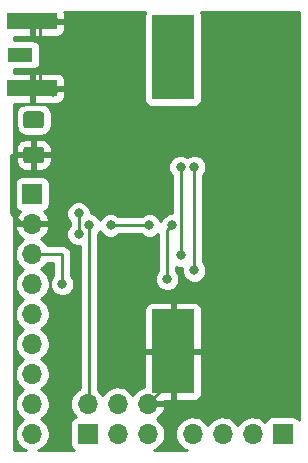
<source format=gbr>
G04 #@! TF.GenerationSoftware,KiCad,Pcbnew,(5.99.0-1365-gd87daebb2)*
G04 #@! TF.CreationDate,2020-04-24T16:17:58+02:00*
G04 #@! TF.ProjectId,LORA_ATTINY_v3,4c4f5241-5f41-4545-9449-4e595f76332e,rev?*
G04 #@! TF.SameCoordinates,Original*
G04 #@! TF.FileFunction,Copper,L2,Bot*
G04 #@! TF.FilePolarity,Positive*
%FSLAX46Y46*%
G04 Gerber Fmt 4.6, Leading zero omitted, Abs format (unit mm)*
G04 Created by KiCad (PCBNEW (5.99.0-1365-gd87daebb2)) date 2020-04-24 16:17:58*
%MOMM*%
%LPD*%
G01*
G04 APERTURE LIST*
G04 #@! TA.AperFunction,ComponentPad*
%ADD10O,1.700000X1.700000*%
G04 #@! TD*
G04 #@! TA.AperFunction,ComponentPad*
%ADD11R,1.700000X1.700000*%
G04 #@! TD*
G04 #@! TA.AperFunction,SMDPad,CuDef*
%ADD12R,3.600000X7.100000*%
G04 #@! TD*
G04 #@! TA.AperFunction,ComponentPad*
%ADD13R,2.100000X1.200000*%
G04 #@! TD*
G04 #@! TA.AperFunction,SMDPad,CuDef*
%ADD14R,4.200000X1.350000*%
G04 #@! TD*
G04 #@! TA.AperFunction,ViaPad*
%ADD15C,0.800000*%
G04 #@! TD*
G04 #@! TA.AperFunction,Conductor*
%ADD16C,0.250000*%
G04 #@! TD*
G04 #@! TA.AperFunction,Conductor*
%ADD17C,0.254000*%
G04 #@! TD*
G04 APERTURE END LIST*
D10*
X104394000Y-66802000D03*
X106934000Y-66802000D03*
X109474000Y-66802000D03*
D11*
X112014000Y-66802000D03*
D10*
X90805000Y-66802000D03*
X90805000Y-64262000D03*
X90805000Y-61722000D03*
X90805000Y-59182000D03*
X90805000Y-56642000D03*
X90805000Y-54102000D03*
X90805000Y-51562000D03*
X90805000Y-49022000D03*
D11*
X90805000Y-46482000D03*
D12*
X102743000Y-34925000D03*
X102743000Y-59817000D03*
D10*
X100584000Y-64262000D03*
X100584000Y-66802000D03*
X98044000Y-64262000D03*
X98044000Y-66802000D03*
X95504000Y-64262000D03*
D11*
X95504000Y-66802000D03*
G04 #@! TA.AperFunction,SMDPad,CuDef*
G36*
G01*
X90307000Y-42467500D02*
X91557000Y-42467500D01*
G75*
G02*
X91807000Y-42717500I0J-250000D01*
G01*
X91807000Y-43642500D01*
G75*
G02*
X91557000Y-43892500I-250000J0D01*
G01*
X90307000Y-43892500D01*
G75*
G02*
X90057000Y-43642500I0J250000D01*
G01*
X90057000Y-42717500D01*
G75*
G02*
X90307000Y-42467500I250000J0D01*
G01*
G37*
G04 #@! TD.AperFunction*
G04 #@! TA.AperFunction,SMDPad,CuDef*
G36*
G01*
X90307000Y-39492500D02*
X91557000Y-39492500D01*
G75*
G02*
X91807000Y-39742500I0J-250000D01*
G01*
X91807000Y-40667500D01*
G75*
G02*
X91557000Y-40917500I-250000J0D01*
G01*
X90307000Y-40917500D01*
G75*
G02*
X90057000Y-40667500I0J250000D01*
G01*
X90057000Y-39742500D01*
G75*
G02*
X90307000Y-39492500I250000J0D01*
G01*
G37*
G04 #@! TD.AperFunction*
D13*
X89814400Y-34702000D03*
D14*
X90805000Y-37527000D03*
X90805000Y-31877000D03*
D15*
X92583000Y-31877000D03*
X92583000Y-37846000D03*
X102743000Y-35052000D03*
X90932000Y-40386000D03*
X94742000Y-49874000D03*
X94742000Y-48133000D03*
X106807000Y-49149000D03*
X112268000Y-49149000D03*
X112649000Y-55245000D03*
X112649000Y-59182000D03*
X95631000Y-49149000D03*
X93345000Y-54102000D03*
X104521000Y-52959000D03*
X104521000Y-44196000D03*
X103378000Y-51689000D03*
X103378000Y-44196000D03*
X97458000Y-49149000D03*
X102653000Y-49149000D03*
X102235000Y-53684000D03*
X100711000Y-49149000D03*
D16*
X92583000Y-31877000D02*
X92837000Y-31623000D01*
X91109800Y-31877000D02*
X92583000Y-31877000D01*
X91494201Y-37142599D02*
X91109800Y-37527000D01*
X91494201Y-32261401D02*
X91494201Y-37142599D01*
X91109800Y-31877000D02*
X91494201Y-32261401D01*
X90932000Y-43180000D02*
X89027000Y-43180000D01*
X89916000Y-49022000D02*
X90805000Y-49022000D01*
X89027000Y-48133000D02*
X89916000Y-49022000D01*
X89027000Y-43180000D02*
X89027000Y-48133000D01*
X90932000Y-43180000D02*
X94234000Y-43180000D01*
X94234000Y-35306000D02*
X95190000Y-35306000D01*
X94234000Y-43180000D02*
X94234000Y-35306000D01*
X94742000Y-48133000D02*
X94742000Y-49874000D01*
X94361000Y-43053000D02*
X94234000Y-43180000D01*
X106807000Y-43053000D02*
X94361000Y-43053000D01*
X106807000Y-49149000D02*
X106807000Y-43053000D01*
X112268000Y-54356000D02*
X112649000Y-54737000D01*
X112268000Y-49149000D02*
X112268000Y-54356000D01*
X95631000Y-64135000D02*
X95504000Y-64262000D01*
X95631000Y-49149000D02*
X95631000Y-64135000D01*
X93345000Y-51562000D02*
X90805000Y-51562000D01*
X93345000Y-54102000D02*
X93345000Y-51562000D01*
X102743000Y-62103000D02*
X100584000Y-64262000D01*
X102743000Y-59817000D02*
X102743000Y-62103000D01*
X102743000Y-59817000D02*
X112649000Y-59817000D01*
X104521000Y-44196000D02*
X104521000Y-52959000D01*
X103378000Y-51689000D02*
X103378000Y-44196000D01*
X102235000Y-49567000D02*
X102653000Y-49149000D01*
X102235000Y-53684000D02*
X102235000Y-49567000D01*
X100711000Y-49149000D02*
X97458000Y-49149000D01*
X112649000Y-54737000D02*
X112649000Y-59182000D01*
G36*
X100343641Y-31145120D02*
G01*
X100336100Y-31165837D01*
X100302122Y-31358538D01*
X100301163Y-31369499D01*
X100301163Y-38483258D01*
X100303319Y-38499634D01*
X100378137Y-38778859D01*
X100390880Y-38803339D01*
X100521990Y-38959590D01*
X100538879Y-38973761D01*
X100713120Y-39074359D01*
X100733837Y-39081900D01*
X100926538Y-39115878D01*
X100937499Y-39116837D01*
X104551258Y-39116837D01*
X104567634Y-39114681D01*
X104846859Y-39039863D01*
X104871339Y-39027120D01*
X105027590Y-38896010D01*
X105041761Y-38879121D01*
X105142359Y-38704880D01*
X105149900Y-38684163D01*
X105183878Y-38491462D01*
X105184837Y-38480501D01*
X105184837Y-31366742D01*
X105182681Y-31350366D01*
X105119347Y-31114000D01*
X113412000Y-31114000D01*
X113412001Y-65618753D01*
X113285010Y-65467410D01*
X113268121Y-65453239D01*
X113093880Y-65352641D01*
X113073163Y-65345100D01*
X112880462Y-65311122D01*
X112869501Y-65310163D01*
X111155742Y-65310163D01*
X111139366Y-65312319D01*
X110860142Y-65387137D01*
X110835662Y-65399880D01*
X110679410Y-65530990D01*
X110665239Y-65547879D01*
X110564641Y-65722120D01*
X110557100Y-65742837D01*
X110551521Y-65774479D01*
X110547647Y-65770417D01*
X110367049Y-65610638D01*
X110358486Y-65604267D01*
X110153549Y-65477202D01*
X110144036Y-65472365D01*
X109920619Y-65381645D01*
X109910427Y-65378480D01*
X109674919Y-65326700D01*
X109664340Y-65325298D01*
X109423475Y-65313939D01*
X109412809Y-65314339D01*
X109173474Y-65343727D01*
X109163030Y-65345918D01*
X108932068Y-65415210D01*
X108922142Y-65419130D01*
X108706155Y-65526346D01*
X108697032Y-65531882D01*
X108502199Y-65673957D01*
X108494138Y-65680952D01*
X108326029Y-65853822D01*
X108319263Y-65862074D01*
X108203229Y-66030903D01*
X108172067Y-65974916D01*
X108166107Y-65966064D01*
X108015013Y-65778140D01*
X108007647Y-65770417D01*
X107827049Y-65610638D01*
X107818486Y-65604267D01*
X107613549Y-65477202D01*
X107604036Y-65472365D01*
X107380619Y-65381645D01*
X107370427Y-65378480D01*
X107134919Y-65326700D01*
X107124340Y-65325298D01*
X106883475Y-65313939D01*
X106872809Y-65314339D01*
X106633474Y-65343727D01*
X106623030Y-65345918D01*
X106392068Y-65415210D01*
X106382142Y-65419130D01*
X106166155Y-65526346D01*
X106157032Y-65531882D01*
X105962199Y-65673957D01*
X105954138Y-65680952D01*
X105786029Y-65853822D01*
X105779263Y-65862074D01*
X105663229Y-66030903D01*
X105632067Y-65974916D01*
X105626107Y-65966064D01*
X105475013Y-65778140D01*
X105467647Y-65770417D01*
X105287049Y-65610638D01*
X105278486Y-65604267D01*
X105073549Y-65477202D01*
X105064036Y-65472365D01*
X104840619Y-65381645D01*
X104830427Y-65378480D01*
X104594919Y-65326700D01*
X104584340Y-65325298D01*
X104343475Y-65313939D01*
X104332809Y-65314339D01*
X104093474Y-65343727D01*
X104083030Y-65345918D01*
X103852068Y-65415210D01*
X103842142Y-65419130D01*
X103626155Y-65526346D01*
X103617032Y-65531882D01*
X103422199Y-65673957D01*
X103414138Y-65680952D01*
X103246029Y-65853822D01*
X103239263Y-65862074D01*
X103102683Y-66060798D01*
X103097403Y-66070073D01*
X102996260Y-66288968D01*
X102992618Y-66299000D01*
X102929802Y-66531807D01*
X102927903Y-66542309D01*
X102905211Y-66782372D01*
X102905109Y-66793043D01*
X102923188Y-67033497D01*
X102924885Y-67044034D01*
X102983221Y-67278005D01*
X102986669Y-67288104D01*
X103083591Y-67508900D01*
X103088692Y-67518275D01*
X103221430Y-67719584D01*
X103228038Y-67727965D01*
X103392798Y-67904032D01*
X103400722Y-67911180D01*
X103592792Y-68056968D01*
X103601808Y-68062679D01*
X103815696Y-68174021D01*
X103825545Y-68178131D01*
X103893659Y-68200000D01*
X101083161Y-68200000D01*
X101228387Y-68144253D01*
X101237991Y-68139600D01*
X101445330Y-68016491D01*
X101454012Y-68010286D01*
X101637645Y-67854004D01*
X101645158Y-67846424D01*
X101799833Y-67661435D01*
X101805962Y-67652698D01*
X101927256Y-67444294D01*
X101931825Y-67434650D01*
X102016272Y-67208787D01*
X102019151Y-67198511D01*
X102064392Y-66961351D01*
X102065507Y-66950128D01*
X102068077Y-66682341D01*
X102067178Y-66671099D01*
X102026499Y-66433114D01*
X102023817Y-66422784D01*
X101943723Y-66195343D01*
X101939339Y-66185612D01*
X101822067Y-65974916D01*
X101816107Y-65966064D01*
X101665013Y-65778140D01*
X101657647Y-65770417D01*
X101477049Y-65610638D01*
X101468486Y-65604267D01*
X101351888Y-65531973D01*
X101445330Y-65476491D01*
X101454012Y-65470286D01*
X101637645Y-65314004D01*
X101645158Y-65306424D01*
X101799833Y-65121435D01*
X101805962Y-65112698D01*
X101927256Y-64904294D01*
X101931825Y-64894650D01*
X102016272Y-64668787D01*
X102019151Y-64658511D01*
X102052943Y-64481369D01*
X101977356Y-64390000D01*
X100456000Y-64389999D01*
X100456001Y-64134000D01*
X101976863Y-64134001D01*
X102052373Y-64044488D01*
X102046279Y-64008837D01*
X102541191Y-64008837D01*
X102615000Y-63935028D01*
X102870999Y-63935028D01*
X102944808Y-64008837D01*
X104551258Y-64008837D01*
X104567634Y-64006681D01*
X104846859Y-63931863D01*
X104871339Y-63919120D01*
X105027590Y-63788010D01*
X105041761Y-63771121D01*
X105142359Y-63596880D01*
X105149900Y-63576163D01*
X105183878Y-63383462D01*
X105184837Y-63372501D01*
X105184837Y-60018809D01*
X105111028Y-59945000D01*
X102944809Y-59944999D01*
X102871000Y-60018808D01*
X102870999Y-63935028D01*
X102615000Y-63935028D01*
X102615001Y-60018809D01*
X102541192Y-59945000D01*
X100374972Y-59944999D01*
X100301163Y-60018808D01*
X100301163Y-62801555D01*
X100283474Y-62803727D01*
X100273029Y-62805918D01*
X100042068Y-62875210D01*
X100032142Y-62879130D01*
X99816155Y-62986346D01*
X99807032Y-62991882D01*
X99612199Y-63133957D01*
X99604138Y-63140952D01*
X99436029Y-63313822D01*
X99429263Y-63322074D01*
X99313229Y-63490903D01*
X99282067Y-63434916D01*
X99276107Y-63426064D01*
X99125013Y-63238140D01*
X99117647Y-63230417D01*
X98937049Y-63070638D01*
X98928486Y-63064267D01*
X98723549Y-62937202D01*
X98714036Y-62932365D01*
X98490619Y-62841645D01*
X98480427Y-62838480D01*
X98244919Y-62786700D01*
X98234340Y-62785298D01*
X97993475Y-62773939D01*
X97982809Y-62774339D01*
X97743474Y-62803727D01*
X97733030Y-62805918D01*
X97502068Y-62875210D01*
X97492142Y-62879130D01*
X97276155Y-62986346D01*
X97267032Y-62991882D01*
X97072199Y-63133957D01*
X97064138Y-63140952D01*
X96896029Y-63313822D01*
X96889263Y-63322074D01*
X96773229Y-63490903D01*
X96742067Y-63434916D01*
X96736107Y-63426064D01*
X96585013Y-63238140D01*
X96577647Y-63230417D01*
X96397049Y-63070638D01*
X96392000Y-63066881D01*
X96392000Y-56261499D01*
X100301163Y-56261499D01*
X100301163Y-59615191D01*
X100374972Y-59689000D01*
X102541191Y-59689001D01*
X102615000Y-59615192D01*
X102615000Y-59615191D01*
X102870999Y-59615191D01*
X102944808Y-59689000D01*
X105111028Y-59689001D01*
X105184837Y-59615192D01*
X105184837Y-56258742D01*
X105182681Y-56242366D01*
X105107863Y-55963142D01*
X105095120Y-55938662D01*
X104964010Y-55782410D01*
X104947121Y-55768239D01*
X104772880Y-55667641D01*
X104752163Y-55660100D01*
X104559462Y-55626122D01*
X104548501Y-55625163D01*
X102944809Y-55625163D01*
X102871000Y-55698972D01*
X102870999Y-59615191D01*
X102615000Y-59615191D01*
X102615001Y-55698972D01*
X102541192Y-55625163D01*
X100934742Y-55625163D01*
X100918366Y-55627319D01*
X100639142Y-55702137D01*
X100614662Y-55714880D01*
X100458410Y-55845990D01*
X100444239Y-55862879D01*
X100343641Y-56037120D01*
X100336100Y-56057837D01*
X100302122Y-56250538D01*
X100301163Y-56261499D01*
X96392000Y-56261499D01*
X96392000Y-49853124D01*
X96454116Y-49791009D01*
X96464171Y-49777905D01*
X96544500Y-49638771D01*
X96624829Y-49777905D01*
X96634884Y-49791009D01*
X96815991Y-49972116D01*
X96829095Y-49982171D01*
X97050905Y-50110233D01*
X97066165Y-50116554D01*
X97313562Y-50182844D01*
X97329938Y-50185000D01*
X97586062Y-50185000D01*
X97602438Y-50182844D01*
X97849835Y-50116554D01*
X97865095Y-50110233D01*
X98086905Y-49982171D01*
X98100009Y-49972116D01*
X98162124Y-49910000D01*
X100006876Y-49910000D01*
X100068991Y-49972116D01*
X100082095Y-49982171D01*
X100303905Y-50110233D01*
X100319165Y-50116554D01*
X100566562Y-50182844D01*
X100582938Y-50185000D01*
X100839062Y-50185000D01*
X100855438Y-50182844D01*
X101102835Y-50116554D01*
X101118095Y-50110233D01*
X101339905Y-49982171D01*
X101353009Y-49972116D01*
X101474001Y-49851124D01*
X101474000Y-52979876D01*
X101411884Y-53041991D01*
X101401829Y-53055095D01*
X101273767Y-53276905D01*
X101267446Y-53292165D01*
X101201156Y-53539562D01*
X101199000Y-53555938D01*
X101199000Y-53812062D01*
X101201156Y-53828438D01*
X101267446Y-54075835D01*
X101273767Y-54091095D01*
X101401829Y-54312905D01*
X101411884Y-54326009D01*
X101592991Y-54507116D01*
X101606095Y-54517171D01*
X101827905Y-54645233D01*
X101843165Y-54651554D01*
X102090562Y-54717844D01*
X102106938Y-54720000D01*
X102363062Y-54720000D01*
X102379438Y-54717844D01*
X102626835Y-54651554D01*
X102642095Y-54645233D01*
X102863905Y-54517171D01*
X102877009Y-54507116D01*
X103058116Y-54326009D01*
X103068171Y-54312905D01*
X103196233Y-54091095D01*
X103202554Y-54075835D01*
X103268844Y-53828438D01*
X103271000Y-53812062D01*
X103271000Y-53555938D01*
X103268844Y-53539562D01*
X103202554Y-53292165D01*
X103196233Y-53276905D01*
X103068171Y-53055095D01*
X103058116Y-53041991D01*
X102996000Y-52979876D01*
X102996000Y-52659189D01*
X103233562Y-52722844D01*
X103249938Y-52725000D01*
X103506063Y-52725000D01*
X103511340Y-52724305D01*
X103487156Y-52814562D01*
X103485000Y-52830938D01*
X103485000Y-53087062D01*
X103487156Y-53103438D01*
X103553446Y-53350835D01*
X103559767Y-53366095D01*
X103687829Y-53587905D01*
X103697884Y-53601009D01*
X103878991Y-53782116D01*
X103892095Y-53792171D01*
X104113905Y-53920233D01*
X104129165Y-53926554D01*
X104376562Y-53992844D01*
X104392938Y-53995000D01*
X104649062Y-53995000D01*
X104665438Y-53992844D01*
X104912835Y-53926554D01*
X104928095Y-53920233D01*
X105149905Y-53792171D01*
X105163009Y-53782116D01*
X105344116Y-53601009D01*
X105354171Y-53587905D01*
X105482233Y-53366095D01*
X105488554Y-53350835D01*
X105554844Y-53103438D01*
X105557000Y-53087062D01*
X105557000Y-52830938D01*
X105554844Y-52814562D01*
X105488554Y-52567165D01*
X105482233Y-52551905D01*
X105354171Y-52330095D01*
X105344116Y-52316991D01*
X105282000Y-52254876D01*
X105282000Y-44900124D01*
X105344116Y-44838009D01*
X105354171Y-44824905D01*
X105482233Y-44603095D01*
X105488554Y-44587835D01*
X105554844Y-44340438D01*
X105557000Y-44324062D01*
X105557000Y-44067938D01*
X105554844Y-44051562D01*
X105488554Y-43804165D01*
X105482233Y-43788905D01*
X105354171Y-43567095D01*
X105344116Y-43553991D01*
X105163009Y-43372884D01*
X105149905Y-43362829D01*
X104928095Y-43234767D01*
X104912835Y-43228446D01*
X104665438Y-43162156D01*
X104649062Y-43160000D01*
X104392938Y-43160000D01*
X104376562Y-43162156D01*
X104129165Y-43228446D01*
X104113905Y-43234767D01*
X103949500Y-43329686D01*
X103785095Y-43234767D01*
X103769835Y-43228446D01*
X103522438Y-43162156D01*
X103506062Y-43160000D01*
X103249938Y-43160000D01*
X103233562Y-43162156D01*
X102986165Y-43228446D01*
X102970905Y-43234767D01*
X102749095Y-43362829D01*
X102735991Y-43372884D01*
X102554884Y-43553991D01*
X102544829Y-43567095D01*
X102416767Y-43788905D01*
X102410446Y-43804165D01*
X102344156Y-44051562D01*
X102342000Y-44067938D01*
X102342000Y-44324062D01*
X102344156Y-44340438D01*
X102410446Y-44587835D01*
X102416767Y-44603095D01*
X102544829Y-44824905D01*
X102554884Y-44838009D01*
X102617001Y-44900125D01*
X102617000Y-48113000D01*
X102524938Y-48113000D01*
X102508562Y-48115156D01*
X102261165Y-48181446D01*
X102245905Y-48187767D01*
X102024095Y-48315829D01*
X102010991Y-48325884D01*
X101829884Y-48506991D01*
X101819829Y-48520095D01*
X101691767Y-48741905D01*
X101685446Y-48757165D01*
X101682000Y-48770026D01*
X101678554Y-48757165D01*
X101672233Y-48741905D01*
X101544171Y-48520095D01*
X101534116Y-48506991D01*
X101353009Y-48325884D01*
X101339905Y-48315829D01*
X101118095Y-48187767D01*
X101102835Y-48181446D01*
X100855438Y-48115156D01*
X100839062Y-48113000D01*
X100582938Y-48113000D01*
X100566562Y-48115156D01*
X100319165Y-48181446D01*
X100303905Y-48187767D01*
X100082095Y-48315829D01*
X100068991Y-48325884D01*
X100006876Y-48388000D01*
X98162124Y-48388000D01*
X98100009Y-48325884D01*
X98086905Y-48315829D01*
X97865095Y-48187767D01*
X97849835Y-48181446D01*
X97602438Y-48115156D01*
X97586062Y-48113000D01*
X97329938Y-48113000D01*
X97313562Y-48115156D01*
X97066165Y-48181446D01*
X97050905Y-48187767D01*
X96829095Y-48315829D01*
X96815991Y-48325884D01*
X96634884Y-48506991D01*
X96624829Y-48520095D01*
X96544500Y-48659229D01*
X96464171Y-48520095D01*
X96454116Y-48506991D01*
X96273009Y-48325884D01*
X96259905Y-48315829D01*
X96038095Y-48187767D01*
X96022835Y-48181446D01*
X95778000Y-48115842D01*
X95778000Y-48004938D01*
X95775844Y-47988562D01*
X95709554Y-47741165D01*
X95703233Y-47725905D01*
X95575171Y-47504095D01*
X95565116Y-47490991D01*
X95384009Y-47309884D01*
X95370905Y-47299829D01*
X95149095Y-47171767D01*
X95133835Y-47165446D01*
X94886438Y-47099156D01*
X94870062Y-47097000D01*
X94613938Y-47097000D01*
X94597562Y-47099156D01*
X94350165Y-47165446D01*
X94334905Y-47171767D01*
X94113095Y-47299829D01*
X94099991Y-47309884D01*
X93918884Y-47490991D01*
X93908829Y-47504095D01*
X93780767Y-47725905D01*
X93774446Y-47741165D01*
X93708156Y-47988562D01*
X93706000Y-48004938D01*
X93706000Y-48261062D01*
X93708156Y-48277438D01*
X93774446Y-48524835D01*
X93780767Y-48540095D01*
X93908829Y-48761905D01*
X93918884Y-48775009D01*
X93981000Y-48837124D01*
X93981001Y-49169875D01*
X93918884Y-49231991D01*
X93908829Y-49245095D01*
X93780767Y-49466905D01*
X93774446Y-49482165D01*
X93708156Y-49729562D01*
X93706000Y-49745938D01*
X93706000Y-50002062D01*
X93708156Y-50018438D01*
X93774446Y-50265835D01*
X93780767Y-50281095D01*
X93908829Y-50502905D01*
X93918884Y-50516009D01*
X94099991Y-50697116D01*
X94113095Y-50707171D01*
X94334905Y-50835233D01*
X94350165Y-50841554D01*
X94597562Y-50907844D01*
X94613938Y-50910000D01*
X94870000Y-50910000D01*
X94870001Y-62919904D01*
X94736155Y-62986346D01*
X94727032Y-62991882D01*
X94532199Y-63133957D01*
X94524138Y-63140952D01*
X94356029Y-63313822D01*
X94349263Y-63322074D01*
X94212683Y-63520798D01*
X94207403Y-63530073D01*
X94106260Y-63748968D01*
X94102618Y-63759000D01*
X94039802Y-63991807D01*
X94037903Y-64002309D01*
X94015211Y-64242372D01*
X94015109Y-64253043D01*
X94033188Y-64493497D01*
X94034885Y-64504034D01*
X94093221Y-64738005D01*
X94096669Y-64748104D01*
X94193591Y-64968900D01*
X94198692Y-64978275D01*
X94331430Y-65179584D01*
X94338038Y-65187965D01*
X94489481Y-65349801D01*
X94350142Y-65387137D01*
X94325662Y-65399880D01*
X94169410Y-65530990D01*
X94155239Y-65547879D01*
X94054641Y-65722120D01*
X94047100Y-65742837D01*
X94013122Y-65935538D01*
X94012163Y-65946499D01*
X94012163Y-67660258D01*
X94014319Y-67676634D01*
X94089137Y-67955859D01*
X94101880Y-67980339D01*
X94232990Y-68136590D01*
X94249879Y-68150761D01*
X94335164Y-68200000D01*
X91304161Y-68200000D01*
X91449387Y-68144253D01*
X91458991Y-68139600D01*
X91666330Y-68016491D01*
X91675012Y-68010286D01*
X91858645Y-67854004D01*
X91866158Y-67846424D01*
X92020833Y-67661435D01*
X92026962Y-67652698D01*
X92148256Y-67444294D01*
X92152825Y-67434650D01*
X92237272Y-67208787D01*
X92240151Y-67198511D01*
X92285392Y-66961351D01*
X92286507Y-66950128D01*
X92289077Y-66682341D01*
X92288178Y-66671099D01*
X92247499Y-66433114D01*
X92244817Y-66422784D01*
X92164723Y-66195343D01*
X92160339Y-66185612D01*
X92043067Y-65974916D01*
X92037107Y-65966064D01*
X91886013Y-65778140D01*
X91878647Y-65770417D01*
X91698049Y-65610638D01*
X91689486Y-65604267D01*
X91572888Y-65531973D01*
X91666330Y-65476491D01*
X91675012Y-65470286D01*
X91858645Y-65314004D01*
X91866158Y-65306424D01*
X92020833Y-65121435D01*
X92026962Y-65112698D01*
X92148256Y-64904294D01*
X92152825Y-64894650D01*
X92237272Y-64668787D01*
X92240151Y-64658511D01*
X92285392Y-64421351D01*
X92286507Y-64410128D01*
X92289077Y-64142341D01*
X92288178Y-64131099D01*
X92247499Y-63893114D01*
X92244817Y-63882784D01*
X92164723Y-63655343D01*
X92160339Y-63645612D01*
X92043067Y-63434916D01*
X92037107Y-63426064D01*
X91886013Y-63238140D01*
X91878647Y-63230417D01*
X91698049Y-63070638D01*
X91689486Y-63064267D01*
X91572888Y-62991973D01*
X91666330Y-62936491D01*
X91675012Y-62930286D01*
X91858645Y-62774004D01*
X91866158Y-62766424D01*
X92020833Y-62581435D01*
X92026962Y-62572698D01*
X92148256Y-62364294D01*
X92152825Y-62354650D01*
X92237272Y-62128787D01*
X92240151Y-62118511D01*
X92285392Y-61881351D01*
X92286507Y-61870128D01*
X92289077Y-61602341D01*
X92288178Y-61591099D01*
X92247499Y-61353114D01*
X92244817Y-61342784D01*
X92164723Y-61115343D01*
X92160339Y-61105612D01*
X92043067Y-60894916D01*
X92037107Y-60886064D01*
X91886013Y-60698140D01*
X91878647Y-60690417D01*
X91698049Y-60530638D01*
X91689486Y-60524267D01*
X91572888Y-60451973D01*
X91666330Y-60396491D01*
X91675012Y-60390286D01*
X91858645Y-60234004D01*
X91866158Y-60226424D01*
X92020833Y-60041435D01*
X92026962Y-60032698D01*
X92148256Y-59824294D01*
X92152825Y-59814650D01*
X92237272Y-59588787D01*
X92240151Y-59578511D01*
X92285392Y-59341351D01*
X92286507Y-59330128D01*
X92289077Y-59062341D01*
X92288178Y-59051099D01*
X92247499Y-58813114D01*
X92244817Y-58802784D01*
X92164723Y-58575343D01*
X92160339Y-58565612D01*
X92043067Y-58354916D01*
X92037107Y-58346064D01*
X91886013Y-58158140D01*
X91878647Y-58150417D01*
X91698049Y-57990638D01*
X91689486Y-57984267D01*
X91572888Y-57911973D01*
X91666330Y-57856491D01*
X91675012Y-57850286D01*
X91858645Y-57694004D01*
X91866158Y-57686424D01*
X92020833Y-57501435D01*
X92026962Y-57492698D01*
X92148256Y-57284294D01*
X92152825Y-57274650D01*
X92237272Y-57048787D01*
X92240151Y-57038511D01*
X92285392Y-56801351D01*
X92286507Y-56790128D01*
X92289077Y-56522341D01*
X92288178Y-56511099D01*
X92247499Y-56273114D01*
X92244817Y-56262784D01*
X92164723Y-56035343D01*
X92160339Y-56025612D01*
X92043067Y-55814916D01*
X92037107Y-55806064D01*
X91886013Y-55618140D01*
X91878647Y-55610417D01*
X91698049Y-55450638D01*
X91689486Y-55444267D01*
X91572888Y-55371973D01*
X91666330Y-55316491D01*
X91675012Y-55310286D01*
X91858645Y-55154004D01*
X91866158Y-55146424D01*
X92020833Y-54961435D01*
X92026962Y-54952698D01*
X92148256Y-54744294D01*
X92152825Y-54734650D01*
X92237272Y-54508787D01*
X92240151Y-54498511D01*
X92285392Y-54261351D01*
X92286507Y-54250128D01*
X92289077Y-53982341D01*
X92288178Y-53971099D01*
X92247499Y-53733114D01*
X92244817Y-53722784D01*
X92164723Y-53495343D01*
X92160339Y-53485612D01*
X92043067Y-53274916D01*
X92037107Y-53266064D01*
X91886013Y-53078140D01*
X91878647Y-53070417D01*
X91698049Y-52910638D01*
X91689486Y-52904267D01*
X91572888Y-52831973D01*
X91666330Y-52776491D01*
X91675012Y-52770286D01*
X91858645Y-52614004D01*
X91866158Y-52606424D01*
X92020833Y-52421435D01*
X92026961Y-52412698D01*
X92079167Y-52323000D01*
X92584001Y-52323000D01*
X92584000Y-53397876D01*
X92521884Y-53459991D01*
X92511829Y-53473095D01*
X92383767Y-53694905D01*
X92377446Y-53710165D01*
X92311156Y-53957562D01*
X92309000Y-53973938D01*
X92309000Y-54230062D01*
X92311156Y-54246438D01*
X92377446Y-54493835D01*
X92383767Y-54509095D01*
X92511829Y-54730905D01*
X92521884Y-54744009D01*
X92702991Y-54925116D01*
X92716095Y-54935171D01*
X92937905Y-55063233D01*
X92953165Y-55069554D01*
X93200562Y-55135844D01*
X93216938Y-55138000D01*
X93473062Y-55138000D01*
X93489438Y-55135844D01*
X93736835Y-55069554D01*
X93752095Y-55063233D01*
X93973905Y-54935171D01*
X93987009Y-54925116D01*
X94168116Y-54744009D01*
X94178171Y-54730905D01*
X94306233Y-54509095D01*
X94312554Y-54493835D01*
X94378844Y-54246438D01*
X94381000Y-54230062D01*
X94381000Y-53973938D01*
X94378844Y-53957562D01*
X94312554Y-53710165D01*
X94306233Y-53694905D01*
X94178171Y-53473095D01*
X94168116Y-53459991D01*
X94106000Y-53397876D01*
X94106000Y-51621891D01*
X94113915Y-51571916D01*
X94113915Y-51552084D01*
X94079347Y-51333823D01*
X94073218Y-51314961D01*
X93972894Y-51118065D01*
X93961236Y-51102020D01*
X93804980Y-50945764D01*
X93788935Y-50934106D01*
X93592039Y-50833782D01*
X93573177Y-50827653D01*
X93414684Y-50802551D01*
X93354916Y-50793085D01*
X93335084Y-50793085D01*
X93285109Y-50801000D01*
X92079849Y-50801000D01*
X92043067Y-50734916D01*
X92037107Y-50726064D01*
X91886013Y-50538140D01*
X91878647Y-50530417D01*
X91698049Y-50370638D01*
X91689486Y-50364267D01*
X91572888Y-50291973D01*
X91666330Y-50236491D01*
X91675012Y-50230286D01*
X91858645Y-50074004D01*
X91866158Y-50066424D01*
X92020833Y-49881435D01*
X92026962Y-49872698D01*
X92148256Y-49664294D01*
X92152825Y-49654650D01*
X92237272Y-49428787D01*
X92240151Y-49418511D01*
X92273943Y-49241369D01*
X92198356Y-49150000D01*
X89407272Y-49150000D01*
X89331602Y-49246853D01*
X89394221Y-49498005D01*
X89397669Y-49508104D01*
X89494591Y-49728900D01*
X89499692Y-49738275D01*
X89632430Y-49939584D01*
X89639038Y-49947965D01*
X89803798Y-50124032D01*
X89811722Y-50131180D01*
X90003792Y-50276968D01*
X90012808Y-50282679D01*
X90029166Y-50291194D01*
X90028032Y-50291882D01*
X89833199Y-50433957D01*
X89825138Y-50440952D01*
X89657029Y-50613822D01*
X89650263Y-50622074D01*
X89513683Y-50820798D01*
X89508403Y-50830073D01*
X89407260Y-51048968D01*
X89403618Y-51059000D01*
X89340802Y-51291807D01*
X89338903Y-51302309D01*
X89316211Y-51542372D01*
X89316109Y-51553043D01*
X89334188Y-51793497D01*
X89335885Y-51804034D01*
X89394221Y-52038005D01*
X89397669Y-52048104D01*
X89494591Y-52268900D01*
X89499692Y-52278275D01*
X89632430Y-52479584D01*
X89639038Y-52487965D01*
X89803798Y-52664032D01*
X89811722Y-52671180D01*
X90003792Y-52816968D01*
X90012808Y-52822679D01*
X90029166Y-52831194D01*
X90028032Y-52831882D01*
X89833199Y-52973957D01*
X89825138Y-52980952D01*
X89657029Y-53153822D01*
X89650263Y-53162074D01*
X89513683Y-53360798D01*
X89508403Y-53370073D01*
X89407260Y-53588968D01*
X89403618Y-53599000D01*
X89340802Y-53831807D01*
X89338903Y-53842309D01*
X89316211Y-54082372D01*
X89316109Y-54093043D01*
X89334188Y-54333497D01*
X89335885Y-54344034D01*
X89394221Y-54578005D01*
X89397669Y-54588104D01*
X89494591Y-54808900D01*
X89499692Y-54818275D01*
X89632430Y-55019584D01*
X89639038Y-55027965D01*
X89803798Y-55204032D01*
X89811722Y-55211180D01*
X90003792Y-55356968D01*
X90012808Y-55362679D01*
X90029166Y-55371194D01*
X90028032Y-55371882D01*
X89833199Y-55513957D01*
X89825138Y-55520952D01*
X89657029Y-55693822D01*
X89650263Y-55702074D01*
X89513683Y-55900798D01*
X89508403Y-55910073D01*
X89407260Y-56128968D01*
X89403618Y-56139000D01*
X89340802Y-56371807D01*
X89338903Y-56382309D01*
X89316211Y-56622372D01*
X89316109Y-56633043D01*
X89334188Y-56873497D01*
X89335885Y-56884034D01*
X89394221Y-57118005D01*
X89397669Y-57128104D01*
X89494591Y-57348900D01*
X89499692Y-57358275D01*
X89632430Y-57559584D01*
X89639038Y-57567965D01*
X89803798Y-57744032D01*
X89811722Y-57751180D01*
X90003792Y-57896968D01*
X90012808Y-57902679D01*
X90029166Y-57911194D01*
X90028032Y-57911882D01*
X89833199Y-58053957D01*
X89825138Y-58060952D01*
X89657029Y-58233822D01*
X89650263Y-58242074D01*
X89513683Y-58440798D01*
X89508403Y-58450073D01*
X89407260Y-58668968D01*
X89403618Y-58679000D01*
X89340802Y-58911807D01*
X89338903Y-58922309D01*
X89316211Y-59162372D01*
X89316109Y-59173043D01*
X89334188Y-59413497D01*
X89335885Y-59424034D01*
X89394221Y-59658005D01*
X89397669Y-59668104D01*
X89494591Y-59888900D01*
X89499692Y-59898275D01*
X89632430Y-60099584D01*
X89639038Y-60107965D01*
X89803798Y-60284032D01*
X89811722Y-60291180D01*
X90003792Y-60436968D01*
X90012808Y-60442679D01*
X90029166Y-60451194D01*
X90028032Y-60451882D01*
X89833199Y-60593957D01*
X89825138Y-60600952D01*
X89657029Y-60773822D01*
X89650263Y-60782074D01*
X89513683Y-60980798D01*
X89508403Y-60990073D01*
X89407260Y-61208968D01*
X89403618Y-61219000D01*
X89340802Y-61451807D01*
X89338903Y-61462309D01*
X89316211Y-61702372D01*
X89316109Y-61713043D01*
X89334188Y-61953497D01*
X89335885Y-61964034D01*
X89394221Y-62198005D01*
X89397669Y-62208104D01*
X89494591Y-62428900D01*
X89499692Y-62438275D01*
X89632430Y-62639584D01*
X89639038Y-62647965D01*
X89803798Y-62824032D01*
X89811722Y-62831180D01*
X90003792Y-62976968D01*
X90012808Y-62982679D01*
X90029166Y-62991194D01*
X90028032Y-62991882D01*
X89833199Y-63133957D01*
X89825138Y-63140952D01*
X89657029Y-63313822D01*
X89650263Y-63322074D01*
X89513683Y-63520798D01*
X89508403Y-63530073D01*
X89407260Y-63748968D01*
X89403618Y-63759000D01*
X89340802Y-63991807D01*
X89338903Y-64002309D01*
X89316211Y-64242372D01*
X89316109Y-64253043D01*
X89334188Y-64493497D01*
X89335885Y-64504034D01*
X89394221Y-64738005D01*
X89397669Y-64748104D01*
X89494591Y-64968900D01*
X89499692Y-64978275D01*
X89632430Y-65179584D01*
X89639038Y-65187965D01*
X89803798Y-65364032D01*
X89811722Y-65371180D01*
X90003792Y-65516968D01*
X90012808Y-65522679D01*
X90029166Y-65531194D01*
X90028032Y-65531882D01*
X89833199Y-65673957D01*
X89825138Y-65680952D01*
X89657029Y-65853822D01*
X89650263Y-65862074D01*
X89513683Y-66060798D01*
X89508403Y-66070073D01*
X89407260Y-66288968D01*
X89403618Y-66299000D01*
X89340802Y-66531807D01*
X89338903Y-66542309D01*
X89316211Y-66782372D01*
X89316109Y-66793043D01*
X89334188Y-67033497D01*
X89335885Y-67044034D01*
X89394221Y-67278005D01*
X89397669Y-67288104D01*
X89494591Y-67508900D01*
X89499692Y-67518275D01*
X89632430Y-67719584D01*
X89639038Y-67727965D01*
X89803798Y-67904032D01*
X89811722Y-67911180D01*
X90003792Y-68056968D01*
X90012808Y-68062679D01*
X90226696Y-68174021D01*
X90236545Y-68178131D01*
X90304659Y-68200000D01*
X89280000Y-68200000D01*
X89280000Y-45626499D01*
X89313163Y-45626499D01*
X89313163Y-47340258D01*
X89315319Y-47356634D01*
X89390137Y-47635859D01*
X89402880Y-47660339D01*
X89533990Y-47816590D01*
X89550879Y-47830761D01*
X89725120Y-47931359D01*
X89745837Y-47938900D01*
X89782029Y-47945282D01*
X89657029Y-48073822D01*
X89650263Y-48082074D01*
X89513683Y-48280798D01*
X89508403Y-48290073D01*
X89407260Y-48508968D01*
X89403619Y-48519000D01*
X89329085Y-48795233D01*
X89404734Y-48894000D01*
X92197863Y-48894000D01*
X92273373Y-48804487D01*
X92247499Y-48653114D01*
X92244817Y-48642784D01*
X92164723Y-48415343D01*
X92160339Y-48405612D01*
X92043067Y-48194916D01*
X92037107Y-48186064D01*
X91886013Y-47998140D01*
X91878647Y-47990417D01*
X91816130Y-47935107D01*
X91958859Y-47896863D01*
X91983339Y-47884120D01*
X92139590Y-47753010D01*
X92153761Y-47736121D01*
X92254359Y-47561880D01*
X92261900Y-47541163D01*
X92295878Y-47348462D01*
X92296837Y-47337501D01*
X92296837Y-45623742D01*
X92294681Y-45607366D01*
X92219863Y-45328142D01*
X92207120Y-45303662D01*
X92076010Y-45147410D01*
X92059121Y-45133239D01*
X91884880Y-45032641D01*
X91864163Y-45025100D01*
X91671462Y-44991122D01*
X91660501Y-44990163D01*
X89946742Y-44990163D01*
X89930366Y-44992319D01*
X89651142Y-45067137D01*
X89626662Y-45079880D01*
X89470410Y-45210990D01*
X89456239Y-45227879D01*
X89355641Y-45402120D01*
X89348100Y-45422837D01*
X89314122Y-45615538D01*
X89313163Y-45626499D01*
X89280000Y-45626499D01*
X89280000Y-43381808D01*
X89417776Y-43381808D01*
X89417776Y-43646683D01*
X89419220Y-43660113D01*
X89492255Y-43995853D01*
X89500885Y-44016687D01*
X89629696Y-44217120D01*
X89641499Y-44230741D01*
X89819849Y-44385283D01*
X89835011Y-44395027D01*
X90049677Y-44493061D01*
X90066970Y-44498139D01*
X90296094Y-44531082D01*
X90305071Y-44531724D01*
X90730191Y-44531724D01*
X90804000Y-44457915D01*
X91059999Y-44457915D01*
X91133808Y-44531724D01*
X91561183Y-44531724D01*
X91574613Y-44530280D01*
X91910353Y-44457245D01*
X91931187Y-44448615D01*
X92131620Y-44319804D01*
X92145241Y-44308001D01*
X92299783Y-44129651D01*
X92309527Y-44114489D01*
X92407561Y-43899823D01*
X92412639Y-43882530D01*
X92445582Y-43653406D01*
X92446224Y-43644429D01*
X92446224Y-43381809D01*
X92372415Y-43308000D01*
X91133809Y-43307999D01*
X91060000Y-43381808D01*
X91059999Y-44457915D01*
X90804000Y-44457915D01*
X90804001Y-43381809D01*
X90730192Y-43308000D01*
X89491585Y-43307999D01*
X89417776Y-43381808D01*
X89280000Y-43381808D01*
X89280000Y-42715571D01*
X89417776Y-42715571D01*
X89417776Y-42978191D01*
X89491585Y-43052000D01*
X90730191Y-43052001D01*
X90804000Y-42978192D01*
X90804000Y-42978191D01*
X91059999Y-42978191D01*
X91133808Y-43052000D01*
X92372415Y-43052001D01*
X92446224Y-42978192D01*
X92446224Y-42713317D01*
X92444780Y-42699887D01*
X92371745Y-42364147D01*
X92363115Y-42343313D01*
X92234304Y-42142880D01*
X92222501Y-42129259D01*
X92044151Y-41974717D01*
X92028989Y-41964973D01*
X91814323Y-41866939D01*
X91797030Y-41861861D01*
X91567906Y-41828918D01*
X91558929Y-41828276D01*
X91133809Y-41828276D01*
X91060000Y-41902085D01*
X91059999Y-42978191D01*
X90804000Y-42978191D01*
X90804001Y-41902085D01*
X90730192Y-41828276D01*
X90302817Y-41828276D01*
X90289387Y-41829720D01*
X89953647Y-41902755D01*
X89932813Y-41911385D01*
X89732380Y-42040196D01*
X89718759Y-42051999D01*
X89564217Y-42230349D01*
X89554473Y-42245511D01*
X89456439Y-42460177D01*
X89451361Y-42477470D01*
X89418418Y-42706594D01*
X89417776Y-42715571D01*
X89280000Y-42715571D01*
X89280000Y-39740571D01*
X89417776Y-39740571D01*
X89417776Y-40671683D01*
X89419220Y-40685113D01*
X89492255Y-41020853D01*
X89500885Y-41041687D01*
X89629696Y-41242120D01*
X89641499Y-41255741D01*
X89819849Y-41410283D01*
X89835011Y-41420027D01*
X90049677Y-41518061D01*
X90066970Y-41523139D01*
X90296094Y-41556082D01*
X90305071Y-41556724D01*
X91561183Y-41556724D01*
X91574613Y-41555280D01*
X91910353Y-41482245D01*
X91931187Y-41473615D01*
X92131620Y-41344804D01*
X92145241Y-41333001D01*
X92299783Y-41154651D01*
X92309527Y-41139489D01*
X92407561Y-40924823D01*
X92412639Y-40907530D01*
X92445582Y-40678406D01*
X92446224Y-40669429D01*
X92446224Y-39738317D01*
X92444780Y-39724887D01*
X92371745Y-39389147D01*
X92363115Y-39368313D01*
X92234304Y-39167880D01*
X92222501Y-39154259D01*
X92044151Y-38999717D01*
X92028989Y-38989973D01*
X91814323Y-38891939D01*
X91797030Y-38886861D01*
X91567906Y-38853918D01*
X91558929Y-38853276D01*
X90302817Y-38853276D01*
X90289387Y-38854720D01*
X89953647Y-38927755D01*
X89932813Y-38936385D01*
X89732380Y-39065196D01*
X89718759Y-39076999D01*
X89564217Y-39255349D01*
X89554473Y-39270511D01*
X89456439Y-39485177D01*
X89451361Y-39502470D01*
X89418418Y-39731594D01*
X89417776Y-39740571D01*
X89280000Y-39740571D01*
X89280000Y-38843837D01*
X90603191Y-38843837D01*
X90677000Y-38770028D01*
X90932999Y-38770028D01*
X91006808Y-38843837D01*
X92913258Y-38843837D01*
X92929634Y-38841681D01*
X93208859Y-38766863D01*
X93233339Y-38754120D01*
X93389590Y-38623010D01*
X93403761Y-38606121D01*
X93504359Y-38431880D01*
X93511900Y-38411163D01*
X93545878Y-38218462D01*
X93546837Y-38207501D01*
X93546837Y-37728809D01*
X93473028Y-37655000D01*
X91006809Y-37654999D01*
X90933000Y-37728808D01*
X90932999Y-38770028D01*
X90677000Y-38770028D01*
X90677001Y-37728808D01*
X90677000Y-37728807D01*
X90677000Y-37325191D01*
X90932999Y-37325191D01*
X91006808Y-37399000D01*
X93473028Y-37399001D01*
X93546837Y-37325192D01*
X93546837Y-36843742D01*
X93544681Y-36827366D01*
X93469863Y-36548142D01*
X93457120Y-36523662D01*
X93326010Y-36367410D01*
X93309121Y-36353239D01*
X93134880Y-36252641D01*
X93114163Y-36245100D01*
X92921462Y-36211122D01*
X92910501Y-36210163D01*
X91006809Y-36210163D01*
X90933000Y-36283972D01*
X90932999Y-37325191D01*
X90677000Y-37325191D01*
X90677001Y-36283972D01*
X90603192Y-36210163D01*
X89280000Y-36210163D01*
X89280000Y-35943837D01*
X90872658Y-35943837D01*
X90889034Y-35941681D01*
X91168259Y-35866863D01*
X91192739Y-35854120D01*
X91348990Y-35723010D01*
X91363161Y-35706121D01*
X91463759Y-35531880D01*
X91471300Y-35511163D01*
X91505278Y-35318462D01*
X91506237Y-35307501D01*
X91506237Y-34093742D01*
X91504081Y-34077366D01*
X91429263Y-33798142D01*
X91416520Y-33773662D01*
X91285410Y-33617410D01*
X91268521Y-33603239D01*
X91094280Y-33502641D01*
X91073563Y-33495100D01*
X90880862Y-33461122D01*
X90869901Y-33460163D01*
X89280000Y-33460163D01*
X89280000Y-33193837D01*
X90603191Y-33193837D01*
X90677000Y-33120028D01*
X90932999Y-33120028D01*
X91006808Y-33193837D01*
X92913258Y-33193837D01*
X92929634Y-33191681D01*
X93208859Y-33116863D01*
X93233339Y-33104120D01*
X93389590Y-32973010D01*
X93403761Y-32956121D01*
X93504359Y-32781880D01*
X93511900Y-32761163D01*
X93545878Y-32568462D01*
X93546837Y-32557501D01*
X93546837Y-32078809D01*
X93473028Y-32005000D01*
X91006809Y-32004999D01*
X90933000Y-32078808D01*
X90932999Y-33120028D01*
X90677000Y-33120028D01*
X90677001Y-32078808D01*
X90677000Y-32078807D01*
X90677001Y-31749000D01*
X93473028Y-31749001D01*
X93546837Y-31675192D01*
X93546837Y-31193742D01*
X93544681Y-31177366D01*
X93527702Y-31114000D01*
X100361608Y-31114000D01*
X100343641Y-31145120D01*
G37*
D17*
X100343641Y-31145120D02*
X100336100Y-31165837D01*
X100302122Y-31358538D01*
X100301163Y-31369499D01*
X100301163Y-38483258D01*
X100303319Y-38499634D01*
X100378137Y-38778859D01*
X100390880Y-38803339D01*
X100521990Y-38959590D01*
X100538879Y-38973761D01*
X100713120Y-39074359D01*
X100733837Y-39081900D01*
X100926538Y-39115878D01*
X100937499Y-39116837D01*
X104551258Y-39116837D01*
X104567634Y-39114681D01*
X104846859Y-39039863D01*
X104871339Y-39027120D01*
X105027590Y-38896010D01*
X105041761Y-38879121D01*
X105142359Y-38704880D01*
X105149900Y-38684163D01*
X105183878Y-38491462D01*
X105184837Y-38480501D01*
X105184837Y-31366742D01*
X105182681Y-31350366D01*
X105119347Y-31114000D01*
X113412000Y-31114000D01*
X113412001Y-65618753D01*
X113285010Y-65467410D01*
X113268121Y-65453239D01*
X113093880Y-65352641D01*
X113073163Y-65345100D01*
X112880462Y-65311122D01*
X112869501Y-65310163D01*
X111155742Y-65310163D01*
X111139366Y-65312319D01*
X110860142Y-65387137D01*
X110835662Y-65399880D01*
X110679410Y-65530990D01*
X110665239Y-65547879D01*
X110564641Y-65722120D01*
X110557100Y-65742837D01*
X110551521Y-65774479D01*
X110547647Y-65770417D01*
X110367049Y-65610638D01*
X110358486Y-65604267D01*
X110153549Y-65477202D01*
X110144036Y-65472365D01*
X109920619Y-65381645D01*
X109910427Y-65378480D01*
X109674919Y-65326700D01*
X109664340Y-65325298D01*
X109423475Y-65313939D01*
X109412809Y-65314339D01*
X109173474Y-65343727D01*
X109163030Y-65345918D01*
X108932068Y-65415210D01*
X108922142Y-65419130D01*
X108706155Y-65526346D01*
X108697032Y-65531882D01*
X108502199Y-65673957D01*
X108494138Y-65680952D01*
X108326029Y-65853822D01*
X108319263Y-65862074D01*
X108203229Y-66030903D01*
X108172067Y-65974916D01*
X108166107Y-65966064D01*
X108015013Y-65778140D01*
X108007647Y-65770417D01*
X107827049Y-65610638D01*
X107818486Y-65604267D01*
X107613549Y-65477202D01*
X107604036Y-65472365D01*
X107380619Y-65381645D01*
X107370427Y-65378480D01*
X107134919Y-65326700D01*
X107124340Y-65325298D01*
X106883475Y-65313939D01*
X106872809Y-65314339D01*
X106633474Y-65343727D01*
X106623030Y-65345918D01*
X106392068Y-65415210D01*
X106382142Y-65419130D01*
X106166155Y-65526346D01*
X106157032Y-65531882D01*
X105962199Y-65673957D01*
X105954138Y-65680952D01*
X105786029Y-65853822D01*
X105779263Y-65862074D01*
X105663229Y-66030903D01*
X105632067Y-65974916D01*
X105626107Y-65966064D01*
X105475013Y-65778140D01*
X105467647Y-65770417D01*
X105287049Y-65610638D01*
X105278486Y-65604267D01*
X105073549Y-65477202D01*
X105064036Y-65472365D01*
X104840619Y-65381645D01*
X104830427Y-65378480D01*
X104594919Y-65326700D01*
X104584340Y-65325298D01*
X104343475Y-65313939D01*
X104332809Y-65314339D01*
X104093474Y-65343727D01*
X104083030Y-65345918D01*
X103852068Y-65415210D01*
X103842142Y-65419130D01*
X103626155Y-65526346D01*
X103617032Y-65531882D01*
X103422199Y-65673957D01*
X103414138Y-65680952D01*
X103246029Y-65853822D01*
X103239263Y-65862074D01*
X103102683Y-66060798D01*
X103097403Y-66070073D01*
X102996260Y-66288968D01*
X102992618Y-66299000D01*
X102929802Y-66531807D01*
X102927903Y-66542309D01*
X102905211Y-66782372D01*
X102905109Y-66793043D01*
X102923188Y-67033497D01*
X102924885Y-67044034D01*
X102983221Y-67278005D01*
X102986669Y-67288104D01*
X103083591Y-67508900D01*
X103088692Y-67518275D01*
X103221430Y-67719584D01*
X103228038Y-67727965D01*
X103392798Y-67904032D01*
X103400722Y-67911180D01*
X103592792Y-68056968D01*
X103601808Y-68062679D01*
X103815696Y-68174021D01*
X103825545Y-68178131D01*
X103893659Y-68200000D01*
X101083161Y-68200000D01*
X101228387Y-68144253D01*
X101237991Y-68139600D01*
X101445330Y-68016491D01*
X101454012Y-68010286D01*
X101637645Y-67854004D01*
X101645158Y-67846424D01*
X101799833Y-67661435D01*
X101805962Y-67652698D01*
X101927256Y-67444294D01*
X101931825Y-67434650D01*
X102016272Y-67208787D01*
X102019151Y-67198511D01*
X102064392Y-66961351D01*
X102065507Y-66950128D01*
X102068077Y-66682341D01*
X102067178Y-66671099D01*
X102026499Y-66433114D01*
X102023817Y-66422784D01*
X101943723Y-66195343D01*
X101939339Y-66185612D01*
X101822067Y-65974916D01*
X101816107Y-65966064D01*
X101665013Y-65778140D01*
X101657647Y-65770417D01*
X101477049Y-65610638D01*
X101468486Y-65604267D01*
X101351888Y-65531973D01*
X101445330Y-65476491D01*
X101454012Y-65470286D01*
X101637645Y-65314004D01*
X101645158Y-65306424D01*
X101799833Y-65121435D01*
X101805962Y-65112698D01*
X101927256Y-64904294D01*
X101931825Y-64894650D01*
X102016272Y-64668787D01*
X102019151Y-64658511D01*
X102052943Y-64481369D01*
X101977356Y-64390000D01*
X100456000Y-64389999D01*
X100456001Y-64134000D01*
X101976863Y-64134001D01*
X102052373Y-64044488D01*
X102046279Y-64008837D01*
X102541191Y-64008837D01*
X102615000Y-63935028D01*
X102870999Y-63935028D01*
X102944808Y-64008837D01*
X104551258Y-64008837D01*
X104567634Y-64006681D01*
X104846859Y-63931863D01*
X104871339Y-63919120D01*
X105027590Y-63788010D01*
X105041761Y-63771121D01*
X105142359Y-63596880D01*
X105149900Y-63576163D01*
X105183878Y-63383462D01*
X105184837Y-63372501D01*
X105184837Y-60018809D01*
X105111028Y-59945000D01*
X102944809Y-59944999D01*
X102871000Y-60018808D01*
X102870999Y-63935028D01*
X102615000Y-63935028D01*
X102615001Y-60018809D01*
X102541192Y-59945000D01*
X100374972Y-59944999D01*
X100301163Y-60018808D01*
X100301163Y-62801555D01*
X100283474Y-62803727D01*
X100273029Y-62805918D01*
X100042068Y-62875210D01*
X100032142Y-62879130D01*
X99816155Y-62986346D01*
X99807032Y-62991882D01*
X99612199Y-63133957D01*
X99604138Y-63140952D01*
X99436029Y-63313822D01*
X99429263Y-63322074D01*
X99313229Y-63490903D01*
X99282067Y-63434916D01*
X99276107Y-63426064D01*
X99125013Y-63238140D01*
X99117647Y-63230417D01*
X98937049Y-63070638D01*
X98928486Y-63064267D01*
X98723549Y-62937202D01*
X98714036Y-62932365D01*
X98490619Y-62841645D01*
X98480427Y-62838480D01*
X98244919Y-62786700D01*
X98234340Y-62785298D01*
X97993475Y-62773939D01*
X97982809Y-62774339D01*
X97743474Y-62803727D01*
X97733030Y-62805918D01*
X97502068Y-62875210D01*
X97492142Y-62879130D01*
X97276155Y-62986346D01*
X97267032Y-62991882D01*
X97072199Y-63133957D01*
X97064138Y-63140952D01*
X96896029Y-63313822D01*
X96889263Y-63322074D01*
X96773229Y-63490903D01*
X96742067Y-63434916D01*
X96736107Y-63426064D01*
X96585013Y-63238140D01*
X96577647Y-63230417D01*
X96397049Y-63070638D01*
X96392000Y-63066881D01*
X96392000Y-56261499D01*
X100301163Y-56261499D01*
X100301163Y-59615191D01*
X100374972Y-59689000D01*
X102541191Y-59689001D01*
X102615000Y-59615192D01*
X102615000Y-59615191D01*
X102870999Y-59615191D01*
X102944808Y-59689000D01*
X105111028Y-59689001D01*
X105184837Y-59615192D01*
X105184837Y-56258742D01*
X105182681Y-56242366D01*
X105107863Y-55963142D01*
X105095120Y-55938662D01*
X104964010Y-55782410D01*
X104947121Y-55768239D01*
X104772880Y-55667641D01*
X104752163Y-55660100D01*
X104559462Y-55626122D01*
X104548501Y-55625163D01*
X102944809Y-55625163D01*
X102871000Y-55698972D01*
X102870999Y-59615191D01*
X102615000Y-59615191D01*
X102615001Y-55698972D01*
X102541192Y-55625163D01*
X100934742Y-55625163D01*
X100918366Y-55627319D01*
X100639142Y-55702137D01*
X100614662Y-55714880D01*
X100458410Y-55845990D01*
X100444239Y-55862879D01*
X100343641Y-56037120D01*
X100336100Y-56057837D01*
X100302122Y-56250538D01*
X100301163Y-56261499D01*
X96392000Y-56261499D01*
X96392000Y-49853124D01*
X96454116Y-49791009D01*
X96464171Y-49777905D01*
X96544500Y-49638771D01*
X96624829Y-49777905D01*
X96634884Y-49791009D01*
X96815991Y-49972116D01*
X96829095Y-49982171D01*
X97050905Y-50110233D01*
X97066165Y-50116554D01*
X97313562Y-50182844D01*
X97329938Y-50185000D01*
X97586062Y-50185000D01*
X97602438Y-50182844D01*
X97849835Y-50116554D01*
X97865095Y-50110233D01*
X98086905Y-49982171D01*
X98100009Y-49972116D01*
X98162124Y-49910000D01*
X100006876Y-49910000D01*
X100068991Y-49972116D01*
X100082095Y-49982171D01*
X100303905Y-50110233D01*
X100319165Y-50116554D01*
X100566562Y-50182844D01*
X100582938Y-50185000D01*
X100839062Y-50185000D01*
X100855438Y-50182844D01*
X101102835Y-50116554D01*
X101118095Y-50110233D01*
X101339905Y-49982171D01*
X101353009Y-49972116D01*
X101474001Y-49851124D01*
X101474000Y-52979876D01*
X101411884Y-53041991D01*
X101401829Y-53055095D01*
X101273767Y-53276905D01*
X101267446Y-53292165D01*
X101201156Y-53539562D01*
X101199000Y-53555938D01*
X101199000Y-53812062D01*
X101201156Y-53828438D01*
X101267446Y-54075835D01*
X101273767Y-54091095D01*
X101401829Y-54312905D01*
X101411884Y-54326009D01*
X101592991Y-54507116D01*
X101606095Y-54517171D01*
X101827905Y-54645233D01*
X101843165Y-54651554D01*
X102090562Y-54717844D01*
X102106938Y-54720000D01*
X102363062Y-54720000D01*
X102379438Y-54717844D01*
X102626835Y-54651554D01*
X102642095Y-54645233D01*
X102863905Y-54517171D01*
X102877009Y-54507116D01*
X103058116Y-54326009D01*
X103068171Y-54312905D01*
X103196233Y-54091095D01*
X103202554Y-54075835D01*
X103268844Y-53828438D01*
X103271000Y-53812062D01*
X103271000Y-53555938D01*
X103268844Y-53539562D01*
X103202554Y-53292165D01*
X103196233Y-53276905D01*
X103068171Y-53055095D01*
X103058116Y-53041991D01*
X102996000Y-52979876D01*
X102996000Y-52659189D01*
X103233562Y-52722844D01*
X103249938Y-52725000D01*
X103506063Y-52725000D01*
X103511340Y-52724305D01*
X103487156Y-52814562D01*
X103485000Y-52830938D01*
X103485000Y-53087062D01*
X103487156Y-53103438D01*
X103553446Y-53350835D01*
X103559767Y-53366095D01*
X103687829Y-53587905D01*
X103697884Y-53601009D01*
X103878991Y-53782116D01*
X103892095Y-53792171D01*
X104113905Y-53920233D01*
X104129165Y-53926554D01*
X104376562Y-53992844D01*
X104392938Y-53995000D01*
X104649062Y-53995000D01*
X104665438Y-53992844D01*
X104912835Y-53926554D01*
X104928095Y-53920233D01*
X105149905Y-53792171D01*
X105163009Y-53782116D01*
X105344116Y-53601009D01*
X105354171Y-53587905D01*
X105482233Y-53366095D01*
X105488554Y-53350835D01*
X105554844Y-53103438D01*
X105557000Y-53087062D01*
X105557000Y-52830938D01*
X105554844Y-52814562D01*
X105488554Y-52567165D01*
X105482233Y-52551905D01*
X105354171Y-52330095D01*
X105344116Y-52316991D01*
X105282000Y-52254876D01*
X105282000Y-44900124D01*
X105344116Y-44838009D01*
X105354171Y-44824905D01*
X105482233Y-44603095D01*
X105488554Y-44587835D01*
X105554844Y-44340438D01*
X105557000Y-44324062D01*
X105557000Y-44067938D01*
X105554844Y-44051562D01*
X105488554Y-43804165D01*
X105482233Y-43788905D01*
X105354171Y-43567095D01*
X105344116Y-43553991D01*
X105163009Y-43372884D01*
X105149905Y-43362829D01*
X104928095Y-43234767D01*
X104912835Y-43228446D01*
X104665438Y-43162156D01*
X104649062Y-43160000D01*
X104392938Y-43160000D01*
X104376562Y-43162156D01*
X104129165Y-43228446D01*
X104113905Y-43234767D01*
X103949500Y-43329686D01*
X103785095Y-43234767D01*
X103769835Y-43228446D01*
X103522438Y-43162156D01*
X103506062Y-43160000D01*
X103249938Y-43160000D01*
X103233562Y-43162156D01*
X102986165Y-43228446D01*
X102970905Y-43234767D01*
X102749095Y-43362829D01*
X102735991Y-43372884D01*
X102554884Y-43553991D01*
X102544829Y-43567095D01*
X102416767Y-43788905D01*
X102410446Y-43804165D01*
X102344156Y-44051562D01*
X102342000Y-44067938D01*
X102342000Y-44324062D01*
X102344156Y-44340438D01*
X102410446Y-44587835D01*
X102416767Y-44603095D01*
X102544829Y-44824905D01*
X102554884Y-44838009D01*
X102617001Y-44900125D01*
X102617000Y-48113000D01*
X102524938Y-48113000D01*
X102508562Y-48115156D01*
X102261165Y-48181446D01*
X102245905Y-48187767D01*
X102024095Y-48315829D01*
X102010991Y-48325884D01*
X101829884Y-48506991D01*
X101819829Y-48520095D01*
X101691767Y-48741905D01*
X101685446Y-48757165D01*
X101682000Y-48770026D01*
X101678554Y-48757165D01*
X101672233Y-48741905D01*
X101544171Y-48520095D01*
X101534116Y-48506991D01*
X101353009Y-48325884D01*
X101339905Y-48315829D01*
X101118095Y-48187767D01*
X101102835Y-48181446D01*
X100855438Y-48115156D01*
X100839062Y-48113000D01*
X100582938Y-48113000D01*
X100566562Y-48115156D01*
X100319165Y-48181446D01*
X100303905Y-48187767D01*
X100082095Y-48315829D01*
X100068991Y-48325884D01*
X100006876Y-48388000D01*
X98162124Y-48388000D01*
X98100009Y-48325884D01*
X98086905Y-48315829D01*
X97865095Y-48187767D01*
X97849835Y-48181446D01*
X97602438Y-48115156D01*
X97586062Y-48113000D01*
X97329938Y-48113000D01*
X97313562Y-48115156D01*
X97066165Y-48181446D01*
X97050905Y-48187767D01*
X96829095Y-48315829D01*
X96815991Y-48325884D01*
X96634884Y-48506991D01*
X96624829Y-48520095D01*
X96544500Y-48659229D01*
X96464171Y-48520095D01*
X96454116Y-48506991D01*
X96273009Y-48325884D01*
X96259905Y-48315829D01*
X96038095Y-48187767D01*
X96022835Y-48181446D01*
X95778000Y-48115842D01*
X95778000Y-48004938D01*
X95775844Y-47988562D01*
X95709554Y-47741165D01*
X95703233Y-47725905D01*
X95575171Y-47504095D01*
X95565116Y-47490991D01*
X95384009Y-47309884D01*
X95370905Y-47299829D01*
X95149095Y-47171767D01*
X95133835Y-47165446D01*
X94886438Y-47099156D01*
X94870062Y-47097000D01*
X94613938Y-47097000D01*
X94597562Y-47099156D01*
X94350165Y-47165446D01*
X94334905Y-47171767D01*
X94113095Y-47299829D01*
X94099991Y-47309884D01*
X93918884Y-47490991D01*
X93908829Y-47504095D01*
X93780767Y-47725905D01*
X93774446Y-47741165D01*
X93708156Y-47988562D01*
X93706000Y-48004938D01*
X93706000Y-48261062D01*
X93708156Y-48277438D01*
X93774446Y-48524835D01*
X93780767Y-48540095D01*
X93908829Y-48761905D01*
X93918884Y-48775009D01*
X93981000Y-48837124D01*
X93981001Y-49169875D01*
X93918884Y-49231991D01*
X93908829Y-49245095D01*
X93780767Y-49466905D01*
X93774446Y-49482165D01*
X93708156Y-49729562D01*
X93706000Y-49745938D01*
X93706000Y-50002062D01*
X93708156Y-50018438D01*
X93774446Y-50265835D01*
X93780767Y-50281095D01*
X93908829Y-50502905D01*
X93918884Y-50516009D01*
X94099991Y-50697116D01*
X94113095Y-50707171D01*
X94334905Y-50835233D01*
X94350165Y-50841554D01*
X94597562Y-50907844D01*
X94613938Y-50910000D01*
X94870000Y-50910000D01*
X94870001Y-62919904D01*
X94736155Y-62986346D01*
X94727032Y-62991882D01*
X94532199Y-63133957D01*
X94524138Y-63140952D01*
X94356029Y-63313822D01*
X94349263Y-63322074D01*
X94212683Y-63520798D01*
X94207403Y-63530073D01*
X94106260Y-63748968D01*
X94102618Y-63759000D01*
X94039802Y-63991807D01*
X94037903Y-64002309D01*
X94015211Y-64242372D01*
X94015109Y-64253043D01*
X94033188Y-64493497D01*
X94034885Y-64504034D01*
X94093221Y-64738005D01*
X94096669Y-64748104D01*
X94193591Y-64968900D01*
X94198692Y-64978275D01*
X94331430Y-65179584D01*
X94338038Y-65187965D01*
X94489481Y-65349801D01*
X94350142Y-65387137D01*
X94325662Y-65399880D01*
X94169410Y-65530990D01*
X94155239Y-65547879D01*
X94054641Y-65722120D01*
X94047100Y-65742837D01*
X94013122Y-65935538D01*
X94012163Y-65946499D01*
X94012163Y-67660258D01*
X94014319Y-67676634D01*
X94089137Y-67955859D01*
X94101880Y-67980339D01*
X94232990Y-68136590D01*
X94249879Y-68150761D01*
X94335164Y-68200000D01*
X91304161Y-68200000D01*
X91449387Y-68144253D01*
X91458991Y-68139600D01*
X91666330Y-68016491D01*
X91675012Y-68010286D01*
X91858645Y-67854004D01*
X91866158Y-67846424D01*
X92020833Y-67661435D01*
X92026962Y-67652698D01*
X92148256Y-67444294D01*
X92152825Y-67434650D01*
X92237272Y-67208787D01*
X92240151Y-67198511D01*
X92285392Y-66961351D01*
X92286507Y-66950128D01*
X92289077Y-66682341D01*
X92288178Y-66671099D01*
X92247499Y-66433114D01*
X92244817Y-66422784D01*
X92164723Y-66195343D01*
X92160339Y-66185612D01*
X92043067Y-65974916D01*
X92037107Y-65966064D01*
X91886013Y-65778140D01*
X91878647Y-65770417D01*
X91698049Y-65610638D01*
X91689486Y-65604267D01*
X91572888Y-65531973D01*
X91666330Y-65476491D01*
X91675012Y-65470286D01*
X91858645Y-65314004D01*
X91866158Y-65306424D01*
X92020833Y-65121435D01*
X92026962Y-65112698D01*
X92148256Y-64904294D01*
X92152825Y-64894650D01*
X92237272Y-64668787D01*
X92240151Y-64658511D01*
X92285392Y-64421351D01*
X92286507Y-64410128D01*
X92289077Y-64142341D01*
X92288178Y-64131099D01*
X92247499Y-63893114D01*
X92244817Y-63882784D01*
X92164723Y-63655343D01*
X92160339Y-63645612D01*
X92043067Y-63434916D01*
X92037107Y-63426064D01*
X91886013Y-63238140D01*
X91878647Y-63230417D01*
X91698049Y-63070638D01*
X91689486Y-63064267D01*
X91572888Y-62991973D01*
X91666330Y-62936491D01*
X91675012Y-62930286D01*
X91858645Y-62774004D01*
X91866158Y-62766424D01*
X92020833Y-62581435D01*
X92026962Y-62572698D01*
X92148256Y-62364294D01*
X92152825Y-62354650D01*
X92237272Y-62128787D01*
X92240151Y-62118511D01*
X92285392Y-61881351D01*
X92286507Y-61870128D01*
X92289077Y-61602341D01*
X92288178Y-61591099D01*
X92247499Y-61353114D01*
X92244817Y-61342784D01*
X92164723Y-61115343D01*
X92160339Y-61105612D01*
X92043067Y-60894916D01*
X92037107Y-60886064D01*
X91886013Y-60698140D01*
X91878647Y-60690417D01*
X91698049Y-60530638D01*
X91689486Y-60524267D01*
X91572888Y-60451973D01*
X91666330Y-60396491D01*
X91675012Y-60390286D01*
X91858645Y-60234004D01*
X91866158Y-60226424D01*
X92020833Y-60041435D01*
X92026962Y-60032698D01*
X92148256Y-59824294D01*
X92152825Y-59814650D01*
X92237272Y-59588787D01*
X92240151Y-59578511D01*
X92285392Y-59341351D01*
X92286507Y-59330128D01*
X92289077Y-59062341D01*
X92288178Y-59051099D01*
X92247499Y-58813114D01*
X92244817Y-58802784D01*
X92164723Y-58575343D01*
X92160339Y-58565612D01*
X92043067Y-58354916D01*
X92037107Y-58346064D01*
X91886013Y-58158140D01*
X91878647Y-58150417D01*
X91698049Y-57990638D01*
X91689486Y-57984267D01*
X91572888Y-57911973D01*
X91666330Y-57856491D01*
X91675012Y-57850286D01*
X91858645Y-57694004D01*
X91866158Y-57686424D01*
X92020833Y-57501435D01*
X92026962Y-57492698D01*
X92148256Y-57284294D01*
X92152825Y-57274650D01*
X92237272Y-57048787D01*
X92240151Y-57038511D01*
X92285392Y-56801351D01*
X92286507Y-56790128D01*
X92289077Y-56522341D01*
X92288178Y-56511099D01*
X92247499Y-56273114D01*
X92244817Y-56262784D01*
X92164723Y-56035343D01*
X92160339Y-56025612D01*
X92043067Y-55814916D01*
X92037107Y-55806064D01*
X91886013Y-55618140D01*
X91878647Y-55610417D01*
X91698049Y-55450638D01*
X91689486Y-55444267D01*
X91572888Y-55371973D01*
X91666330Y-55316491D01*
X91675012Y-55310286D01*
X91858645Y-55154004D01*
X91866158Y-55146424D01*
X92020833Y-54961435D01*
X92026962Y-54952698D01*
X92148256Y-54744294D01*
X92152825Y-54734650D01*
X92237272Y-54508787D01*
X92240151Y-54498511D01*
X92285392Y-54261351D01*
X92286507Y-54250128D01*
X92289077Y-53982341D01*
X92288178Y-53971099D01*
X92247499Y-53733114D01*
X92244817Y-53722784D01*
X92164723Y-53495343D01*
X92160339Y-53485612D01*
X92043067Y-53274916D01*
X92037107Y-53266064D01*
X91886013Y-53078140D01*
X91878647Y-53070417D01*
X91698049Y-52910638D01*
X91689486Y-52904267D01*
X91572888Y-52831973D01*
X91666330Y-52776491D01*
X91675012Y-52770286D01*
X91858645Y-52614004D01*
X91866158Y-52606424D01*
X92020833Y-52421435D01*
X92026961Y-52412698D01*
X92079167Y-52323000D01*
X92584001Y-52323000D01*
X92584000Y-53397876D01*
X92521884Y-53459991D01*
X92511829Y-53473095D01*
X92383767Y-53694905D01*
X92377446Y-53710165D01*
X92311156Y-53957562D01*
X92309000Y-53973938D01*
X92309000Y-54230062D01*
X92311156Y-54246438D01*
X92377446Y-54493835D01*
X92383767Y-54509095D01*
X92511829Y-54730905D01*
X92521884Y-54744009D01*
X92702991Y-54925116D01*
X92716095Y-54935171D01*
X92937905Y-55063233D01*
X92953165Y-55069554D01*
X93200562Y-55135844D01*
X93216938Y-55138000D01*
X93473062Y-55138000D01*
X93489438Y-55135844D01*
X93736835Y-55069554D01*
X93752095Y-55063233D01*
X93973905Y-54935171D01*
X93987009Y-54925116D01*
X94168116Y-54744009D01*
X94178171Y-54730905D01*
X94306233Y-54509095D01*
X94312554Y-54493835D01*
X94378844Y-54246438D01*
X94381000Y-54230062D01*
X94381000Y-53973938D01*
X94378844Y-53957562D01*
X94312554Y-53710165D01*
X94306233Y-53694905D01*
X94178171Y-53473095D01*
X94168116Y-53459991D01*
X94106000Y-53397876D01*
X94106000Y-51621891D01*
X94113915Y-51571916D01*
X94113915Y-51552084D01*
X94079347Y-51333823D01*
X94073218Y-51314961D01*
X93972894Y-51118065D01*
X93961236Y-51102020D01*
X93804980Y-50945764D01*
X93788935Y-50934106D01*
X93592039Y-50833782D01*
X93573177Y-50827653D01*
X93414684Y-50802551D01*
X93354916Y-50793085D01*
X93335084Y-50793085D01*
X93285109Y-50801000D01*
X92079849Y-50801000D01*
X92043067Y-50734916D01*
X92037107Y-50726064D01*
X91886013Y-50538140D01*
X91878647Y-50530417D01*
X91698049Y-50370638D01*
X91689486Y-50364267D01*
X91572888Y-50291973D01*
X91666330Y-50236491D01*
X91675012Y-50230286D01*
X91858645Y-50074004D01*
X91866158Y-50066424D01*
X92020833Y-49881435D01*
X92026962Y-49872698D01*
X92148256Y-49664294D01*
X92152825Y-49654650D01*
X92237272Y-49428787D01*
X92240151Y-49418511D01*
X92273943Y-49241369D01*
X92198356Y-49150000D01*
X89407272Y-49150000D01*
X89331602Y-49246853D01*
X89394221Y-49498005D01*
X89397669Y-49508104D01*
X89494591Y-49728900D01*
X89499692Y-49738275D01*
X89632430Y-49939584D01*
X89639038Y-49947965D01*
X89803798Y-50124032D01*
X89811722Y-50131180D01*
X90003792Y-50276968D01*
X90012808Y-50282679D01*
X90029166Y-50291194D01*
X90028032Y-50291882D01*
X89833199Y-50433957D01*
X89825138Y-50440952D01*
X89657029Y-50613822D01*
X89650263Y-50622074D01*
X89513683Y-50820798D01*
X89508403Y-50830073D01*
X89407260Y-51048968D01*
X89403618Y-51059000D01*
X89340802Y-51291807D01*
X89338903Y-51302309D01*
X89316211Y-51542372D01*
X89316109Y-51553043D01*
X89334188Y-51793497D01*
X89335885Y-51804034D01*
X89394221Y-52038005D01*
X89397669Y-52048104D01*
X89494591Y-52268900D01*
X89499692Y-52278275D01*
X89632430Y-52479584D01*
X89639038Y-52487965D01*
X89803798Y-52664032D01*
X89811722Y-52671180D01*
X90003792Y-52816968D01*
X90012808Y-52822679D01*
X90029166Y-52831194D01*
X90028032Y-52831882D01*
X89833199Y-52973957D01*
X89825138Y-52980952D01*
X89657029Y-53153822D01*
X89650263Y-53162074D01*
X89513683Y-53360798D01*
X89508403Y-53370073D01*
X89407260Y-53588968D01*
X89403618Y-53599000D01*
X89340802Y-53831807D01*
X89338903Y-53842309D01*
X89316211Y-54082372D01*
X89316109Y-54093043D01*
X89334188Y-54333497D01*
X89335885Y-54344034D01*
X89394221Y-54578005D01*
X89397669Y-54588104D01*
X89494591Y-54808900D01*
X89499692Y-54818275D01*
X89632430Y-55019584D01*
X89639038Y-55027965D01*
X89803798Y-55204032D01*
X89811722Y-55211180D01*
X90003792Y-55356968D01*
X90012808Y-55362679D01*
X90029166Y-55371194D01*
X90028032Y-55371882D01*
X89833199Y-55513957D01*
X89825138Y-55520952D01*
X89657029Y-55693822D01*
X89650263Y-55702074D01*
X89513683Y-55900798D01*
X89508403Y-55910073D01*
X89407260Y-56128968D01*
X89403618Y-56139000D01*
X89340802Y-56371807D01*
X89338903Y-56382309D01*
X89316211Y-56622372D01*
X89316109Y-56633043D01*
X89334188Y-56873497D01*
X89335885Y-56884034D01*
X89394221Y-57118005D01*
X89397669Y-57128104D01*
X89494591Y-57348900D01*
X89499692Y-57358275D01*
X89632430Y-57559584D01*
X89639038Y-57567965D01*
X89803798Y-57744032D01*
X89811722Y-57751180D01*
X90003792Y-57896968D01*
X90012808Y-57902679D01*
X90029166Y-57911194D01*
X90028032Y-57911882D01*
X89833199Y-58053957D01*
X89825138Y-58060952D01*
X89657029Y-58233822D01*
X89650263Y-58242074D01*
X89513683Y-58440798D01*
X89508403Y-58450073D01*
X89407260Y-58668968D01*
X89403618Y-58679000D01*
X89340802Y-58911807D01*
X89338903Y-58922309D01*
X89316211Y-59162372D01*
X89316109Y-59173043D01*
X89334188Y-59413497D01*
X89335885Y-59424034D01*
X89394221Y-59658005D01*
X89397669Y-59668104D01*
X89494591Y-59888900D01*
X89499692Y-59898275D01*
X89632430Y-60099584D01*
X89639038Y-60107965D01*
X89803798Y-60284032D01*
X89811722Y-60291180D01*
X90003792Y-60436968D01*
X90012808Y-60442679D01*
X90029166Y-60451194D01*
X90028032Y-60451882D01*
X89833199Y-60593957D01*
X89825138Y-60600952D01*
X89657029Y-60773822D01*
X89650263Y-60782074D01*
X89513683Y-60980798D01*
X89508403Y-60990073D01*
X89407260Y-61208968D01*
X89403618Y-61219000D01*
X89340802Y-61451807D01*
X89338903Y-61462309D01*
X89316211Y-61702372D01*
X89316109Y-61713043D01*
X89334188Y-61953497D01*
X89335885Y-61964034D01*
X89394221Y-62198005D01*
X89397669Y-62208104D01*
X89494591Y-62428900D01*
X89499692Y-62438275D01*
X89632430Y-62639584D01*
X89639038Y-62647965D01*
X89803798Y-62824032D01*
X89811722Y-62831180D01*
X90003792Y-62976968D01*
X90012808Y-62982679D01*
X90029166Y-62991194D01*
X90028032Y-62991882D01*
X89833199Y-63133957D01*
X89825138Y-63140952D01*
X89657029Y-63313822D01*
X89650263Y-63322074D01*
X89513683Y-63520798D01*
X89508403Y-63530073D01*
X89407260Y-63748968D01*
X89403618Y-63759000D01*
X89340802Y-63991807D01*
X89338903Y-64002309D01*
X89316211Y-64242372D01*
X89316109Y-64253043D01*
X89334188Y-64493497D01*
X89335885Y-64504034D01*
X89394221Y-64738005D01*
X89397669Y-64748104D01*
X89494591Y-64968900D01*
X89499692Y-64978275D01*
X89632430Y-65179584D01*
X89639038Y-65187965D01*
X89803798Y-65364032D01*
X89811722Y-65371180D01*
X90003792Y-65516968D01*
X90012808Y-65522679D01*
X90029166Y-65531194D01*
X90028032Y-65531882D01*
X89833199Y-65673957D01*
X89825138Y-65680952D01*
X89657029Y-65853822D01*
X89650263Y-65862074D01*
X89513683Y-66060798D01*
X89508403Y-66070073D01*
X89407260Y-66288968D01*
X89403618Y-66299000D01*
X89340802Y-66531807D01*
X89338903Y-66542309D01*
X89316211Y-66782372D01*
X89316109Y-66793043D01*
X89334188Y-67033497D01*
X89335885Y-67044034D01*
X89394221Y-67278005D01*
X89397669Y-67288104D01*
X89494591Y-67508900D01*
X89499692Y-67518275D01*
X89632430Y-67719584D01*
X89639038Y-67727965D01*
X89803798Y-67904032D01*
X89811722Y-67911180D01*
X90003792Y-68056968D01*
X90012808Y-68062679D01*
X90226696Y-68174021D01*
X90236545Y-68178131D01*
X90304659Y-68200000D01*
X89280000Y-68200000D01*
X89280000Y-45626499D01*
X89313163Y-45626499D01*
X89313163Y-47340258D01*
X89315319Y-47356634D01*
X89390137Y-47635859D01*
X89402880Y-47660339D01*
X89533990Y-47816590D01*
X89550879Y-47830761D01*
X89725120Y-47931359D01*
X89745837Y-47938900D01*
X89782029Y-47945282D01*
X89657029Y-48073822D01*
X89650263Y-48082074D01*
X89513683Y-48280798D01*
X89508403Y-48290073D01*
X89407260Y-48508968D01*
X89403619Y-48519000D01*
X89329085Y-48795233D01*
X89404734Y-48894000D01*
X92197863Y-48894000D01*
X92273373Y-48804487D01*
X92247499Y-48653114D01*
X92244817Y-48642784D01*
X92164723Y-48415343D01*
X92160339Y-48405612D01*
X92043067Y-48194916D01*
X92037107Y-48186064D01*
X91886013Y-47998140D01*
X91878647Y-47990417D01*
X91816130Y-47935107D01*
X91958859Y-47896863D01*
X91983339Y-47884120D01*
X92139590Y-47753010D01*
X92153761Y-47736121D01*
X92254359Y-47561880D01*
X92261900Y-47541163D01*
X92295878Y-47348462D01*
X92296837Y-47337501D01*
X92296837Y-45623742D01*
X92294681Y-45607366D01*
X92219863Y-45328142D01*
X92207120Y-45303662D01*
X92076010Y-45147410D01*
X92059121Y-45133239D01*
X91884880Y-45032641D01*
X91864163Y-45025100D01*
X91671462Y-44991122D01*
X91660501Y-44990163D01*
X89946742Y-44990163D01*
X89930366Y-44992319D01*
X89651142Y-45067137D01*
X89626662Y-45079880D01*
X89470410Y-45210990D01*
X89456239Y-45227879D01*
X89355641Y-45402120D01*
X89348100Y-45422837D01*
X89314122Y-45615538D01*
X89313163Y-45626499D01*
X89280000Y-45626499D01*
X89280000Y-43381808D01*
X89417776Y-43381808D01*
X89417776Y-43646683D01*
X89419220Y-43660113D01*
X89492255Y-43995853D01*
X89500885Y-44016687D01*
X89629696Y-44217120D01*
X89641499Y-44230741D01*
X89819849Y-44385283D01*
X89835011Y-44395027D01*
X90049677Y-44493061D01*
X90066970Y-44498139D01*
X90296094Y-44531082D01*
X90305071Y-44531724D01*
X90730191Y-44531724D01*
X90804000Y-44457915D01*
X91059999Y-44457915D01*
X91133808Y-44531724D01*
X91561183Y-44531724D01*
X91574613Y-44530280D01*
X91910353Y-44457245D01*
X91931187Y-44448615D01*
X92131620Y-44319804D01*
X92145241Y-44308001D01*
X92299783Y-44129651D01*
X92309527Y-44114489D01*
X92407561Y-43899823D01*
X92412639Y-43882530D01*
X92445582Y-43653406D01*
X92446224Y-43644429D01*
X92446224Y-43381809D01*
X92372415Y-43308000D01*
X91133809Y-43307999D01*
X91060000Y-43381808D01*
X91059999Y-44457915D01*
X90804000Y-44457915D01*
X90804001Y-43381809D01*
X90730192Y-43308000D01*
X89491585Y-43307999D01*
X89417776Y-43381808D01*
X89280000Y-43381808D01*
X89280000Y-42715571D01*
X89417776Y-42715571D01*
X89417776Y-42978191D01*
X89491585Y-43052000D01*
X90730191Y-43052001D01*
X90804000Y-42978192D01*
X90804000Y-42978191D01*
X91059999Y-42978191D01*
X91133808Y-43052000D01*
X92372415Y-43052001D01*
X92446224Y-42978192D01*
X92446224Y-42713317D01*
X92444780Y-42699887D01*
X92371745Y-42364147D01*
X92363115Y-42343313D01*
X92234304Y-42142880D01*
X92222501Y-42129259D01*
X92044151Y-41974717D01*
X92028989Y-41964973D01*
X91814323Y-41866939D01*
X91797030Y-41861861D01*
X91567906Y-41828918D01*
X91558929Y-41828276D01*
X91133809Y-41828276D01*
X91060000Y-41902085D01*
X91059999Y-42978191D01*
X90804000Y-42978191D01*
X90804001Y-41902085D01*
X90730192Y-41828276D01*
X90302817Y-41828276D01*
X90289387Y-41829720D01*
X89953647Y-41902755D01*
X89932813Y-41911385D01*
X89732380Y-42040196D01*
X89718759Y-42051999D01*
X89564217Y-42230349D01*
X89554473Y-42245511D01*
X89456439Y-42460177D01*
X89451361Y-42477470D01*
X89418418Y-42706594D01*
X89417776Y-42715571D01*
X89280000Y-42715571D01*
X89280000Y-39740571D01*
X89417776Y-39740571D01*
X89417776Y-40671683D01*
X89419220Y-40685113D01*
X89492255Y-41020853D01*
X89500885Y-41041687D01*
X89629696Y-41242120D01*
X89641499Y-41255741D01*
X89819849Y-41410283D01*
X89835011Y-41420027D01*
X90049677Y-41518061D01*
X90066970Y-41523139D01*
X90296094Y-41556082D01*
X90305071Y-41556724D01*
X91561183Y-41556724D01*
X91574613Y-41555280D01*
X91910353Y-41482245D01*
X91931187Y-41473615D01*
X92131620Y-41344804D01*
X92145241Y-41333001D01*
X92299783Y-41154651D01*
X92309527Y-41139489D01*
X92407561Y-40924823D01*
X92412639Y-40907530D01*
X92445582Y-40678406D01*
X92446224Y-40669429D01*
X92446224Y-39738317D01*
X92444780Y-39724887D01*
X92371745Y-39389147D01*
X92363115Y-39368313D01*
X92234304Y-39167880D01*
X92222501Y-39154259D01*
X92044151Y-38999717D01*
X92028989Y-38989973D01*
X91814323Y-38891939D01*
X91797030Y-38886861D01*
X91567906Y-38853918D01*
X91558929Y-38853276D01*
X90302817Y-38853276D01*
X90289387Y-38854720D01*
X89953647Y-38927755D01*
X89932813Y-38936385D01*
X89732380Y-39065196D01*
X89718759Y-39076999D01*
X89564217Y-39255349D01*
X89554473Y-39270511D01*
X89456439Y-39485177D01*
X89451361Y-39502470D01*
X89418418Y-39731594D01*
X89417776Y-39740571D01*
X89280000Y-39740571D01*
X89280000Y-38843837D01*
X90603191Y-38843837D01*
X90677000Y-38770028D01*
X90932999Y-38770028D01*
X91006808Y-38843837D01*
X92913258Y-38843837D01*
X92929634Y-38841681D01*
X93208859Y-38766863D01*
X93233339Y-38754120D01*
X93389590Y-38623010D01*
X93403761Y-38606121D01*
X93504359Y-38431880D01*
X93511900Y-38411163D01*
X93545878Y-38218462D01*
X93546837Y-38207501D01*
X93546837Y-37728809D01*
X93473028Y-37655000D01*
X91006809Y-37654999D01*
X90933000Y-37728808D01*
X90932999Y-38770028D01*
X90677000Y-38770028D01*
X90677001Y-37728808D01*
X90677000Y-37728807D01*
X90677000Y-37325191D01*
X90932999Y-37325191D01*
X91006808Y-37399000D01*
X93473028Y-37399001D01*
X93546837Y-37325192D01*
X93546837Y-36843742D01*
X93544681Y-36827366D01*
X93469863Y-36548142D01*
X93457120Y-36523662D01*
X93326010Y-36367410D01*
X93309121Y-36353239D01*
X93134880Y-36252641D01*
X93114163Y-36245100D01*
X92921462Y-36211122D01*
X92910501Y-36210163D01*
X91006809Y-36210163D01*
X90933000Y-36283972D01*
X90932999Y-37325191D01*
X90677000Y-37325191D01*
X90677001Y-36283972D01*
X90603192Y-36210163D01*
X89280000Y-36210163D01*
X89280000Y-35943837D01*
X90872658Y-35943837D01*
X90889034Y-35941681D01*
X91168259Y-35866863D01*
X91192739Y-35854120D01*
X91348990Y-35723010D01*
X91363161Y-35706121D01*
X91463759Y-35531880D01*
X91471300Y-35511163D01*
X91505278Y-35318462D01*
X91506237Y-35307501D01*
X91506237Y-34093742D01*
X91504081Y-34077366D01*
X91429263Y-33798142D01*
X91416520Y-33773662D01*
X91285410Y-33617410D01*
X91268521Y-33603239D01*
X91094280Y-33502641D01*
X91073563Y-33495100D01*
X90880862Y-33461122D01*
X90869901Y-33460163D01*
X89280000Y-33460163D01*
X89280000Y-33193837D01*
X90603191Y-33193837D01*
X90677000Y-33120028D01*
X90932999Y-33120028D01*
X91006808Y-33193837D01*
X92913258Y-33193837D01*
X92929634Y-33191681D01*
X93208859Y-33116863D01*
X93233339Y-33104120D01*
X93389590Y-32973010D01*
X93403761Y-32956121D01*
X93504359Y-32781880D01*
X93511900Y-32761163D01*
X93545878Y-32568462D01*
X93546837Y-32557501D01*
X93546837Y-32078809D01*
X93473028Y-32005000D01*
X91006809Y-32004999D01*
X90933000Y-32078808D01*
X90932999Y-33120028D01*
X90677000Y-33120028D01*
X90677001Y-32078808D01*
X90677000Y-32078807D01*
X90677001Y-31749000D01*
X93473028Y-31749001D01*
X93546837Y-31675192D01*
X93546837Y-31193742D01*
X93544681Y-31177366D01*
X93527702Y-31114000D01*
X100361608Y-31114000D01*
X100343641Y-31145120D01*
M02*

</source>
